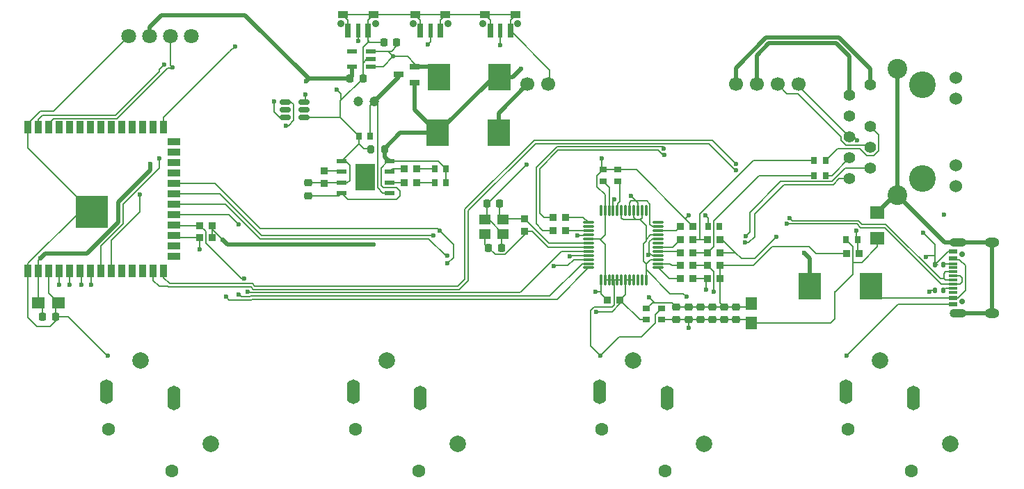
<source format=gbr>
%TF.GenerationSoftware,KiCad,Pcbnew,9.0.6*%
%TF.CreationDate,2026-01-03T23:52:13+01:00*%
%TF.ProjectId,Artnet-Node,4172746e-6574-42d4-9e6f-64652e6b6963,rev?*%
%TF.SameCoordinates,Original*%
%TF.FileFunction,Copper,L1,Top*%
%TF.FilePolarity,Positive*%
%FSLAX46Y46*%
G04 Gerber Fmt 4.6, Leading zero omitted, Abs format (unit mm)*
G04 Created by KiCad (PCBNEW 9.0.6) date 2026-01-03 23:52:13*
%MOMM*%
%LPD*%
G01*
G04 APERTURE LIST*
G04 Aperture macros list*
%AMRoundRect*
0 Rectangle with rounded corners*
0 $1 Rounding radius*
0 $2 $3 $4 $5 $6 $7 $8 $9 X,Y pos of 4 corners*
0 Add a 4 corners polygon primitive as box body*
4,1,4,$2,$3,$4,$5,$6,$7,$8,$9,$2,$3,0*
0 Add four circle primitives for the rounded corners*
1,1,$1+$1,$2,$3*
1,1,$1+$1,$4,$5*
1,1,$1+$1,$6,$7*
1,1,$1+$1,$8,$9*
0 Add four rect primitives between the rounded corners*
20,1,$1+$1,$2,$3,$4,$5,0*
20,1,$1+$1,$4,$5,$6,$7,0*
20,1,$1+$1,$6,$7,$8,$9,0*
20,1,$1+$1,$8,$9,$2,$3,0*%
G04 Aperture macros list end*
%TA.AperFunction,ComponentPad*%
%ADD10C,2.000000*%
%TD*%
%TA.AperFunction,ComponentPad*%
%ADD11O,1.600000X3.000000*%
%TD*%
%TA.AperFunction,ComponentPad*%
%ADD12C,1.600000*%
%TD*%
%TA.AperFunction,SMDPad,CuDef*%
%ADD13R,1.300000X0.900000*%
%TD*%
%TA.AperFunction,SMDPad,CuDef*%
%ADD14R,0.750000X1.800000*%
%TD*%
%TA.AperFunction,SMDPad,CuDef*%
%ADD15R,0.600000X1.800000*%
%TD*%
%TA.AperFunction,ComponentPad*%
%ADD16C,0.900000*%
%TD*%
%TA.AperFunction,ComponentPad*%
%ADD17C,2.400000*%
%TD*%
%TA.AperFunction,ComponentPad*%
%ADD18C,1.530000*%
%TD*%
%TA.AperFunction,ComponentPad*%
%ADD19C,1.410000*%
%TD*%
%TA.AperFunction,ComponentPad*%
%ADD20C,3.250000*%
%TD*%
%TA.AperFunction,SMDPad,CuDef*%
%ADD21R,2.400000X3.300000*%
%TD*%
%TA.AperFunction,SMDPad,CuDef*%
%ADD22R,1.200000X0.600000*%
%TD*%
%TA.AperFunction,HeatsinkPad*%
%ADD23C,0.600000*%
%TD*%
%TA.AperFunction,HeatsinkPad*%
%ADD24R,3.900000X3.900000*%
%TD*%
%TA.AperFunction,SMDPad,CuDef*%
%ADD25R,0.900000X1.500000*%
%TD*%
%TA.AperFunction,SMDPad,CuDef*%
%ADD26R,1.500000X0.900000*%
%TD*%
%TA.AperFunction,ComponentPad*%
%ADD27O,1.800000X1.200000*%
%TD*%
%TA.AperFunction,ComponentPad*%
%ADD28O,2.000000X1.100000*%
%TD*%
%TA.AperFunction,SMDPad,CuDef*%
%ADD29R,1.100000X0.550000*%
%TD*%
%TA.AperFunction,SMDPad,CuDef*%
%ADD30R,1.100000X0.300000*%
%TD*%
%TA.AperFunction,ComponentPad*%
%ADD31C,0.700000*%
%TD*%
%TA.AperFunction,SMDPad,CuDef*%
%ADD32R,0.860000X0.810000*%
%TD*%
%TA.AperFunction,SMDPad,CuDef*%
%ADD33O,1.500000X0.270000*%
%TD*%
%TA.AperFunction,SMDPad,CuDef*%
%ADD34O,0.270000X1.500000*%
%TD*%
%TA.AperFunction,SMDPad,CuDef*%
%ADD35R,0.810000X0.860000*%
%TD*%
%TA.AperFunction,SMDPad,CuDef*%
%ADD36R,1.160000X0.490000*%
%TD*%
%TA.AperFunction,SMDPad,CuDef*%
%ADD37R,1.180000X0.490000*%
%TD*%
%TA.AperFunction,SMDPad,CuDef*%
%ADD38R,0.900000X0.800000*%
%TD*%
%TA.AperFunction,SMDPad,CuDef*%
%ADD39RoundRect,0.225000X0.250000X-0.225000X0.250000X0.225000X-0.250000X0.225000X-0.250000X-0.225000X0*%
%TD*%
%TA.AperFunction,SMDPad,CuDef*%
%ADD40RoundRect,0.225000X0.225000X0.250000X-0.225000X0.250000X-0.225000X-0.250000X0.225000X-0.250000X0*%
%TD*%
%TA.AperFunction,SMDPad,CuDef*%
%ADD41R,1.360000X1.500000*%
%TD*%
%TA.AperFunction,SMDPad,CuDef*%
%ADD42R,0.800000X0.900000*%
%TD*%
%TA.AperFunction,SMDPad,CuDef*%
%ADD43R,1.500000X1.360000*%
%TD*%
%TA.AperFunction,SMDPad,CuDef*%
%ADD44R,1.250000X0.700000*%
%TD*%
%TA.AperFunction,SMDPad,CuDef*%
%ADD45R,1.730000X1.490000*%
%TD*%
%TA.AperFunction,ComponentPad*%
%ADD46C,1.700000*%
%TD*%
%TA.AperFunction,ComponentPad*%
%ADD47C,1.800000*%
%TD*%
%TA.AperFunction,SMDPad,CuDef*%
%ADD48R,2.700000X3.300000*%
%TD*%
%TA.AperFunction,SMDPad,CuDef*%
%ADD49RoundRect,0.140000X-0.140000X-0.170000X0.140000X-0.170000X0.140000X0.170000X-0.140000X0.170000X0*%
%TD*%
%TA.AperFunction,SMDPad,CuDef*%
%ADD50RoundRect,0.200000X-0.200000X-0.275000X0.200000X-0.275000X0.200000X0.275000X-0.200000X0.275000X0*%
%TD*%
%TA.AperFunction,SMDPad,CuDef*%
%ADD51RoundRect,0.225000X-0.225000X-0.250000X0.225000X-0.250000X0.225000X0.250000X-0.225000X0.250000X0*%
%TD*%
%TA.AperFunction,SMDPad,CuDef*%
%ADD52RoundRect,0.225000X-0.250000X0.225000X-0.250000X-0.225000X0.250000X-0.225000X0.250000X0.225000X0*%
%TD*%
%TA.AperFunction,ComponentPad*%
%ADD53C,1.200000*%
%TD*%
%TA.AperFunction,SMDPad,CuDef*%
%ADD54R,1.400000X1.200000*%
%TD*%
%TA.AperFunction,SMDPad,CuDef*%
%ADD55RoundRect,0.150000X0.512500X0.150000X-0.512500X0.150000X-0.512500X-0.150000X0.512500X-0.150000X0*%
%TD*%
%TA.AperFunction,ViaPad*%
%ADD56C,0.600000*%
%TD*%
%TA.AperFunction,Conductor*%
%ADD57C,0.200000*%
%TD*%
%TA.AperFunction,Conductor*%
%ADD58C,0.500000*%
%TD*%
G04 APERTURE END LIST*
D10*
%TO.P,J5,G,G*%
%TO.N,/CHS_GND*%
X120100000Y-138950000D03*
%TO.P,J5,3,3*%
%TO.N,/DMX/DATA+1*%
X111500000Y-128750000D03*
D11*
%TO.P,J5,1,1*%
%TO.N,GND*%
X115600000Y-133350000D03*
%TO.P,J5,2,2*%
%TO.N,/DMX/DATA-1*%
X107400000Y-132550000D03*
D12*
%TO.P,J5,*%
%TO.N,*%
X115350000Y-142200000D03*
X107650000Y-137100000D03*
%TD*%
D10*
%TO.P,J4,G,G*%
%TO.N,/CHS_GND*%
X150100000Y-138950000D03*
%TO.P,J4,3,3*%
%TO.N,/DMX/DATA+2*%
X141500000Y-128750000D03*
D11*
%TO.P,J4,1,1*%
%TO.N,GND*%
X145600000Y-133350000D03*
%TO.P,J4,2,2*%
%TO.N,/DMX/DATA-2*%
X137400000Y-132550000D03*
D12*
%TO.P,J4,*%
%TO.N,*%
X145350000Y-142200000D03*
X137650000Y-137100000D03*
%TD*%
D10*
%TO.P,J3,G,G*%
%TO.N,/CHS_GND*%
X180100000Y-138950000D03*
%TO.P,J3,3,3*%
%TO.N,/DMX/DATA+3*%
X171500000Y-128750000D03*
D11*
%TO.P,J3,1,1*%
%TO.N,GND*%
X175600000Y-133350000D03*
%TO.P,J3,2,2*%
%TO.N,/DMX/DATA-3*%
X167400000Y-132550000D03*
D12*
%TO.P,J3,*%
%TO.N,*%
X175350000Y-142200000D03*
X167650000Y-137100000D03*
%TD*%
D10*
%TO.P,J1,G,G*%
%TO.N,/CHS_GND*%
X210100000Y-138950000D03*
%TO.P,J1,3,3*%
%TO.N,/DMX/DATA+4*%
X201500000Y-128750000D03*
D11*
%TO.P,J1,1,1*%
%TO.N,GND*%
X205600000Y-133350000D03*
%TO.P,J1,2,2*%
%TO.N,/DMX/DATA-4*%
X197400000Y-132550000D03*
D12*
%TO.P,J1,*%
%TO.N,*%
X205350000Y-142200000D03*
X197650000Y-137100000D03*
%TD*%
D13*
%TO.P,SW1,5,5*%
%TO.N,GND*%
X153450000Y-86630000D03*
%TO.P,SW1,4,4*%
X157150000Y-86630000D03*
D14*
%TO.P,SW1,3,3*%
X154080000Y-88580000D03*
D15*
%TO.P,SW1,2,2*%
%TO.N,/ENT_BUT*%
X155290000Y-88580000D03*
D14*
%TO.P,SW1,1,1*%
%TO.N,GND*%
X156530000Y-88580000D03*
D16*
%TO.P,SW1,*%
%TO.N,*%
X153180000Y-87680000D03*
X157430000Y-87680000D03*
%TD*%
D13*
%TO.P,SW2,5,5*%
%TO.N,GND*%
X136150000Y-86630000D03*
%TO.P,SW2,4,4*%
X139850000Y-86630000D03*
D14*
%TO.P,SW2,3,3*%
X136780000Y-88580000D03*
D15*
%TO.P,SW2,2,2*%
%TO.N,/DOWN_BUT*%
X137990000Y-88580000D03*
D14*
%TO.P,SW2,1,1*%
%TO.N,GND*%
X139230000Y-88580000D03*
D16*
%TO.P,SW2,*%
%TO.N,*%
X135880000Y-87680000D03*
X140130000Y-87680000D03*
%TD*%
D13*
%TO.P,SW3,5,5*%
%TO.N,GND*%
X144950000Y-86630000D03*
%TO.P,SW3,4,4*%
X148650000Y-86630000D03*
D14*
%TO.P,SW3,3,3*%
X145580000Y-88580000D03*
D15*
%TO.P,SW3,2,2*%
%TO.N,/UP_BUT*%
X146790000Y-88580000D03*
D14*
%TO.P,SW3,1,1*%
%TO.N,GND*%
X148030000Y-88580000D03*
D16*
%TO.P,SW3,*%
%TO.N,*%
X144680000Y-87680000D03*
X148930000Y-87680000D03*
%TD*%
D17*
%TO.P,U2,Z2,Z2*%
%TO.N,/CHS_GND*%
X203620000Y-93160000D03*
%TO.P,U2,Z1,Z1*%
X203620000Y-108640000D03*
D18*
%TO.P,U2,14,14*%
%TO.N,/poe/L-*%
X210720000Y-94270000D03*
%TO.P,U2,13,13*%
%TO.N,+3V3D*%
X210720000Y-96810000D03*
%TO.P,U2,12,12*%
%TO.N,/poe/L1-*%
X210720000Y-104990000D03*
%TO.P,U2,11,11*%
%TO.N,+3V3D*%
X210720000Y-107530000D03*
D19*
%TO.P,U2,10,10*%
%TO.N,/poe/V-*%
X200320000Y-95180000D03*
%TO.P,U2,9,9*%
%TO.N,/poe/V+*%
X197780000Y-96450000D03*
%TO.P,U2,7,7*%
%TO.N,GND*%
X197780000Y-98990000D03*
%TO.P,U2,6,6*%
%TO.N,/poe/RD-*%
X200320000Y-100260000D03*
%TO.P,U2,5,5*%
%TO.N,/poe/RCT*%
X197780000Y-101530000D03*
%TO.P,U2,4,4*%
%TO.N,/poe/TCT*%
X200320000Y-102800000D03*
%TO.P,U2,3,3*%
%TO.N,/poe/RD+*%
X197780000Y-104070000D03*
%TO.P,U2,2,2*%
%TO.N,/poe/TD-*%
X200320000Y-105340000D03*
%TO.P,U2,1,1*%
%TO.N,/poe/TD+*%
X197780000Y-106610000D03*
D20*
%TO.P,U2,*%
%TO.N,*%
X206670000Y-95180000D03*
X206670000Y-106610000D03*
%TD*%
D21*
%TO.P,U4,9*%
%TO.N,N/C*%
X138890000Y-106410000D03*
D22*
%TO.P,U4,8,CE*%
%TO.N,/5V*%
X141800000Y-104500000D03*
%TO.P,U4,7,CHRG*%
%TO.N,Net-(U4-CHRG)*%
X141800000Y-105770000D03*
%TO.P,U4,6,STDBY*%
%TO.N,Net-(U4-STDBY)*%
X141800000Y-107050000D03*
%TO.P,U4,5,BAT*%
%TO.N,/bat+*%
X141800000Y-108320000D03*
%TO.P,U4,4,VCC*%
%TO.N,/5V*%
X135980000Y-108320000D03*
%TO.P,U4,3,GND*%
%TO.N,GND*%
X135980000Y-107050000D03*
%TO.P,U4,2,PROG*%
%TO.N,Net-(U4-PROG)*%
X135980000Y-105770000D03*
%TO.P,U4,1,TEMP*%
%TO.N,GND*%
X135980000Y-104500000D03*
%TD*%
D23*
%TO.P,U7,41,GND*%
%TO.N,GND*%
X106260000Y-109200000D03*
X104860000Y-109200000D03*
X106960000Y-109900000D03*
X105560000Y-109900000D03*
X104160000Y-109900000D03*
X106260000Y-110600000D03*
D24*
X105560000Y-110600000D03*
D23*
X104860000Y-110600000D03*
X106960000Y-111300000D03*
X105560000Y-111300000D03*
X104160000Y-111300000D03*
X106260000Y-112000000D03*
X104860000Y-112000000D03*
D25*
%TO.P,U7,40,GND*%
X97840000Y-100350000D03*
%TO.P,U7,39,IO1*%
%TO.N,/SDA*%
X99110000Y-100350000D03*
%TO.P,U7,38,IO2*%
%TO.N,/SCL*%
X100380000Y-100350000D03*
%TO.P,U7,37,TXD0*%
%TO.N,unconnected-(U7-TXD0-Pad37)*%
X101650000Y-100350000D03*
%TO.P,U7,36,RXD0*%
%TO.N,unconnected-(U7-RXD0-Pad36)*%
X102920000Y-100350000D03*
%TO.P,U7,35,IO42*%
%TO.N,unconnected-(U7-IO42-Pad35)*%
X104190000Y-100350000D03*
%TO.P,U7,34,IO41*%
%TO.N,unconnected-(U7-IO41-Pad34)*%
X105460000Y-100350000D03*
%TO.P,U7,33,IO40*%
%TO.N,unconnected-(U7-IO40-Pad33)*%
X106730000Y-100350000D03*
%TO.P,U7,32,IO39*%
%TO.N,unconnected-(U7-IO39-Pad32)*%
X108000000Y-100350000D03*
%TO.P,U7,31,IO38*%
%TO.N,unconnected-(U7-IO38-Pad31)*%
X109270000Y-100350000D03*
%TO.P,U7,30,IO37*%
%TO.N,unconnected-(U7-IO37-Pad30)*%
X110540000Y-100350000D03*
%TO.P,U7,29,IO36*%
%TO.N,unconnected-(U7-IO36-Pad29)*%
X111810000Y-100350000D03*
%TO.P,U7,28,IO35*%
%TO.N,unconnected-(U7-IO35-Pad28)*%
X113080000Y-100350000D03*
%TO.P,U7,27,IO0*%
%TO.N,/ENT_BUT*%
X114350000Y-100350000D03*
D26*
%TO.P,U7,26,IO45*%
%TO.N,unconnected-(U7-IO45-Pad26)*%
X115600000Y-102115000D03*
%TO.P,U7,25,IO48*%
%TO.N,unconnected-(U7-IO48-Pad25)*%
X115600000Y-103385000D03*
%TO.P,U7,24,IO47*%
%TO.N,unconnected-(U7-IO47-Pad24)*%
X115600000Y-104655000D03*
%TO.P,U7,23,IO21*%
%TO.N,unconnected-(U7-IO21-Pad23)*%
X115600000Y-105925000D03*
%TO.P,U7,22,IO14*%
%TO.N,/RSTn*%
X115600000Y-107195000D03*
%TO.P,U7,21,IO13*%
%TO.N,/MISO*%
X115600000Y-108465000D03*
%TO.P,U7,20,IO12*%
%TO.N,/SCLK*%
X115600000Y-109735000D03*
%TO.P,U7,19,IO11*%
%TO.N,/MOSI*%
X115600000Y-111005000D03*
%TO.P,U7,18,IO10*%
%TO.N,/SCSn*%
X115600000Y-112275000D03*
%TO.P,U7,17,IO9*%
%TO.N,/INTn*%
X115600000Y-113545000D03*
%TO.P,U7,16,IO46*%
%TO.N,unconnected-(U7-IO46-Pad16)*%
X115600000Y-114815000D03*
%TO.P,U7,15,IO3*%
%TO.N,unconnected-(U7-IO3-Pad15)*%
X115600000Y-116085000D03*
D25*
%TO.P,U7,14,USB_D+*%
%TO.N,/D+*%
X114350000Y-117850000D03*
%TO.P,U7,13,USB_D-*%
%TO.N,/D-*%
X113080000Y-117850000D03*
%TO.P,U7,12,IO8*%
%TO.N,unconnected-(U7-IO8-Pad12)*%
X111810000Y-117850000D03*
%TO.P,U7,11,IO18*%
%TO.N,unconnected-(U7-IO18-Pad11)*%
X110540000Y-117850000D03*
%TO.P,U7,10,IO17*%
%TO.N,unconnected-(U7-IO17-Pad10)*%
X109270000Y-117850000D03*
%TO.P,U7,9,IO16*%
%TO.N,/DOWN_BUT*%
X108000000Y-117850000D03*
%TO.P,U7,8,IO15*%
%TO.N,/UP_BUT*%
X106730000Y-117850000D03*
%TO.P,U7,7,IO7*%
%TO.N,/DMX4*%
X105460000Y-117850000D03*
%TO.P,U7,6,IO6*%
%TO.N,/DMX3*%
X104190000Y-117850000D03*
%TO.P,U7,5,IO5*%
%TO.N,/DMX2*%
X102920000Y-117850000D03*
%TO.P,U7,4,IO4*%
%TO.N,/DMX1*%
X101650000Y-117850000D03*
%TO.P,U7,3,EN*%
%TO.N,GND*%
X100380000Y-117850000D03*
%TO.P,U7,2,3V3*%
%TO.N,+3V3D*%
X99110000Y-117850000D03*
%TO.P,U7,1,GND*%
%TO.N,GND*%
X97840000Y-117850000D03*
%TD*%
D27*
%TO.P,USB1,14,SHELL*%
%TO.N,/CHS_GND*%
X215197500Y-114380000D03*
D28*
X210987500Y-114380000D03*
D27*
%TO.P,USB1,13,SHELL*%
X215197500Y-123020000D03*
D28*
X210987500Y-123020000D03*
D29*
%TO.P,USB1,12,GND*%
%TO.N,GND*%
X210437500Y-115500000D03*
%TO.P,USB1,11,VBUS*%
%TO.N,Net-(D1-A)*%
X210437500Y-116300000D03*
D30*
%TO.P,USB1,10,CC2*%
%TO.N,Net-(USB1-CC2)*%
X210437500Y-116950000D03*
%TO.P,USB1,9,SBU1*%
%TO.N,unconnected-(USB1-SBU1-Pad9)*%
X210437500Y-117450000D03*
%TO.P,USB1,8,DP2*%
%TO.N,/D+*%
X210437500Y-117950000D03*
%TO.P,USB1,7,DN1*%
%TO.N,/D-*%
X210437500Y-118450000D03*
%TO.P,USB1,6,DP1*%
%TO.N,/D+*%
X210437500Y-118950000D03*
%TO.P,USB1,5,DN2*%
%TO.N,/D-*%
X210437500Y-119450000D03*
%TO.P,USB1,4,CC1*%
%TO.N,Net-(USB1-CC1)*%
X210437500Y-119950000D03*
%TO.P,USB1,3,SBU2*%
%TO.N,unconnected-(USB1-SBU2-Pad3)*%
X210437500Y-120450000D03*
D29*
%TO.P,USB1,2,VBUS*%
%TO.N,Net-(D1-A)*%
X210437500Y-121100000D03*
%TO.P,USB1,1,GND*%
%TO.N,GND*%
X210437500Y-121900000D03*
D31*
%TO.P,USB1,*%
%TO.N,*%
X211517500Y-115810000D03*
X211517500Y-121590000D03*
%TD*%
D32*
%TO.P,R21,1,1*%
%TO.N,Net-(U4-PROG)*%
X133900000Y-105650000D03*
%TO.P,R21,2,2*%
%TO.N,GND*%
X133900000Y-107150000D03*
%TD*%
D33*
%TO.P,U1,1,TXN*%
%TO.N,/poe/TX+*%
X174550000Y-117450000D03*
%TO.P,U1,2,TXP*%
%TO.N,/poe/TX-*%
X174550000Y-116950000D03*
%TO.P,U1,3,AGND*%
%TO.N,AGND*%
X174550000Y-116450000D03*
%TO.P,U1,4,AVDD*%
%TO.N,+3V3A*%
X174550000Y-115950000D03*
%TO.P,U1,5,RXN*%
%TO.N,/poe/RX+*%
X174550000Y-115450000D03*
%TO.P,U1,6,RXP*%
%TO.N,/poe/RX-*%
X174550000Y-114950000D03*
%TO.P,U1,7,DNC*%
%TO.N,unconnected-(U1-DNC-Pad7)*%
X174550000Y-114450000D03*
%TO.P,U1,8,AVDD*%
%TO.N,+3V3A*%
X174550000Y-113950000D03*
%TO.P,U1,9,AGND*%
%TO.N,AGND*%
X174550000Y-113450000D03*
%TO.P,U1,10,EXRES1*%
%TO.N,Net-(U1-EXRES1)*%
X174550000Y-112950000D03*
%TO.P,U1,11,AVDD*%
%TO.N,+3V3A*%
X174550000Y-112450000D03*
%TO.P,U1,12,NC*%
%TO.N,unconnected-(U1-NC-Pad12)*%
X174550000Y-111950000D03*
D34*
%TO.P,U1,13,NC*%
%TO.N,unconnected-(U1-NC-Pad13)*%
X173050000Y-110450000D03*
%TO.P,U1,14,AGND*%
%TO.N,AGND*%
X172550000Y-110450000D03*
%TO.P,U1,15,AVDD*%
%TO.N,+3V3A*%
X172050000Y-110450000D03*
%TO.P,U1,16,AGND*%
%TO.N,AGND*%
X171550000Y-110450000D03*
%TO.P,U1,17,AVDD*%
%TO.N,+3V3A*%
X171050000Y-110450000D03*
%TO.P,U1,18,VBG*%
%TO.N,unconnected-(U1-VBG-Pad18)*%
X170550000Y-110450000D03*
%TO.P,U1,19,AGND*%
%TO.N,AGND*%
X170050000Y-110450000D03*
%TO.P,U1,20,TOCAP*%
%TO.N,Net-(U1-TOCAP)*%
X169550000Y-110450000D03*
%TO.P,U1,21,AVDD*%
%TO.N,+3V3A*%
X169050000Y-110450000D03*
%TO.P,U1,22,1V2O*%
%TO.N,Net-(U1-1V2O)*%
X168550000Y-110450000D03*
%TO.P,U1,23,RSVD*%
%TO.N,GND*%
X168050000Y-110450000D03*
%TO.P,U1,24,SPDLED*%
%TO.N,unconnected-(U1-SPDLED-Pad24)*%
X167550000Y-110450000D03*
D33*
%TO.P,U1,25,LINKLED*%
%TO.N,/poe/LINKLED*%
X166050000Y-111950000D03*
%TO.P,U1,26,DUPLED*%
%TO.N,unconnected-(U1-DUPLED-Pad26)*%
X166050000Y-112450000D03*
%TO.P,U1,27,ACTLED*%
%TO.N,/poe/ACTLED*%
X166050000Y-112950000D03*
%TO.P,U1,28,VDD*%
%TO.N,+3V3D*%
X166050000Y-113450000D03*
%TO.P,U1,29,GND*%
%TO.N,GND*%
X166050000Y-113950000D03*
%TO.P,U1,30,XI/CLKIN*%
%TO.N,Net-(U1-XI{slash}CLKIN)*%
X166050000Y-114450000D03*
%TO.P,U1,31,XO*%
%TO.N,Net-(U1-XO)*%
X166050000Y-114950000D03*
%TO.P,U1,32,SCSn*%
%TO.N,/SCSn*%
X166050000Y-115450000D03*
%TO.P,U1,33,SCLK*%
%TO.N,/SCLK*%
X166050000Y-115950000D03*
%TO.P,U1,34,MISO*%
%TO.N,/MISO*%
X166050000Y-116450000D03*
%TO.P,U1,35,MOSI*%
%TO.N,/MOSI*%
X166050000Y-116950000D03*
%TO.P,U1,36,INTn*%
%TO.N,/INTn*%
X166050000Y-117450000D03*
D34*
%TO.P,U1,37,RSTn*%
%TO.N,/RSTn*%
X167550000Y-118950000D03*
%TO.P,U1,38,RSVD*%
%TO.N,GND*%
X168050000Y-118950000D03*
%TO.P,U1,39,RSVD*%
X168550000Y-118950000D03*
%TO.P,U1,40,RSVD*%
X169050000Y-118950000D03*
%TO.P,U1,41,RSVD*%
X169550000Y-118950000D03*
%TO.P,U1,42,RSVD*%
X170050000Y-118950000D03*
%TO.P,U1,43,PMODE2*%
%TO.N,+3V3D*%
X170550000Y-118950000D03*
%TO.P,U1,44,PMODE1*%
X171050000Y-118950000D03*
%TO.P,U1,45,PMODE0*%
X171550000Y-118950000D03*
%TO.P,U1,46,NC*%
%TO.N,unconnected-(U1-NC-Pad46)*%
X172050000Y-118950000D03*
%TO.P,U1,47,NC*%
%TO.N,unconnected-(U1-NC-Pad47)*%
X172550000Y-118950000D03*
%TO.P,U1,48,AGND*%
%TO.N,AGND*%
X173050000Y-118950000D03*
%TD*%
D35*
%TO.P,R20,1,1*%
%TO.N,Net-(U4-CHRG)*%
X143650000Y-105400000D03*
%TO.P,R20,2,2*%
%TO.N,Net-(LED2-K)*%
X145150000Y-105400000D03*
%TD*%
D36*
%TO.P,LDO1,1,VIN*%
%TO.N,/V_SYS*%
X139550000Y-92950000D03*
%TO.P,LDO1,2,VSS*%
%TO.N,GND*%
X139550000Y-92000000D03*
%TO.P,LDO1,3,CE*%
%TO.N,/V_SYS*%
X139550000Y-91050000D03*
D37*
%TO.P,LDO1,4,NC*%
%TO.N,unconnected-(LDO1-NC-Pad4)*%
X137250000Y-91050000D03*
%TO.P,LDO1,5,VOUT*%
%TO.N,+3V3D*%
X137250000Y-92950000D03*
%TD*%
D38*
%TO.P,L2,1,1*%
%TO.N,GND*%
X174900000Y-122400000D03*
%TO.P,L2,2,2*%
%TO.N,AGND*%
X174900000Y-123800000D03*
%TD*%
D39*
%TO.P,C13,1,1*%
%TO.N,AGND*%
X176700000Y-123780000D03*
%TO.P,C13,2,2*%
%TO.N,+3V3A*%
X176700000Y-122220000D03*
%TD*%
D40*
%TO.P,C2,1,1*%
%TO.N,GND*%
X155450000Y-115030000D03*
%TO.P,C2,2,2*%
%TO.N,Net-(U1-XO)*%
X153890000Y-115030000D03*
%TD*%
D35*
%TO.P,R14,1,1*%
%TO.N,/RSTn*%
X168350000Y-121400000D03*
%TO.P,R14,2,2*%
%TO.N,+3V3D*%
X169850000Y-121400000D03*
%TD*%
%TO.P,R19,1,1*%
%TO.N,Net-(LED1-K)*%
X145150000Y-107100000D03*
%TO.P,R19,2,2*%
%TO.N,Net-(U4-STDBY)*%
X143650000Y-107100000D03*
%TD*%
D41*
%TO.P,C19,1,1*%
%TO.N,+3V3A*%
X185900000Y-121800000D03*
%TO.P,C19,2,2*%
%TO.N,AGND*%
X185900000Y-124200000D03*
%TD*%
D35*
%TO.P,R8,1,1*%
%TO.N,/poe/RCT*%
X182050000Y-115600000D03*
%TO.P,R8,2,2*%
%TO.N,Net-(C7-Pad2)*%
X180550000Y-115600000D03*
%TD*%
D42*
%TO.P,C7,1,1*%
%TO.N,/poe/RD+*%
X194900000Y-106200000D03*
%TO.P,C7,2,2*%
%TO.N,Net-(C7-Pad2)*%
X193500000Y-106200000D03*
%TD*%
D35*
%TO.P,R13,1,1*%
%TO.N,/poe/RX+*%
X177250000Y-115600000D03*
%TO.P,R13,2,2*%
%TO.N,Net-(C7-Pad2)*%
X178750000Y-115600000D03*
%TD*%
D39*
%TO.P,C14,1,1*%
%TO.N,AGND*%
X178200000Y-123780000D03*
%TO.P,C14,2,2*%
%TO.N,+3V3A*%
X178200000Y-122220000D03*
%TD*%
D38*
%TO.P,L1,1,1*%
%TO.N,+3V3D*%
X173100000Y-123800000D03*
%TO.P,L1,2,2*%
%TO.N,+3V3A*%
X173100000Y-122400000D03*
%TD*%
%TO.P,C6,1,1*%
%TO.N,Net-(U1-1V2O)*%
X167800000Y-106900000D03*
%TO.P,C6,2,2*%
%TO.N,GND*%
X167800000Y-105500000D03*
%TD*%
D35*
%TO.P,R10,1,1*%
%TO.N,/poe/TX-*%
X177250000Y-117200000D03*
%TO.P,R10,2,2*%
%TO.N,/poe/TD-*%
X178750000Y-117200000D03*
%TD*%
D43*
%TO.P,C4,1,1*%
%TO.N,+3V3D*%
X99100000Y-121700000D03*
%TO.P,C4,2,2*%
%TO.N,GND*%
X101500000Y-121700000D03*
%TD*%
D44*
%TO.P,Q2,1,G*%
%TO.N,/5V*%
X144900000Y-94850000D03*
%TO.P,Q2,2,S*%
%TO.N,/V_SYS*%
X144900000Y-92950000D03*
%TO.P,Q2,3,D*%
%TO.N,/bat+*%
X142900000Y-93900000D03*
%TD*%
D42*
%TO.P,C10,1,1*%
%TO.N,/poe/TCT*%
X198800000Y-114000000D03*
%TO.P,C10,2,2*%
%TO.N,AGND*%
X197400000Y-114000000D03*
%TD*%
%TO.P,C11,1,1*%
%TO.N,/poe/RD-*%
X194900000Y-104400000D03*
%TO.P,C11,2,2*%
%TO.N,Net-(C11-Pad2)*%
X193500000Y-104400000D03*
%TD*%
D39*
%TO.P,C17,1,1*%
%TO.N,AGND*%
X182570000Y-123780000D03*
%TO.P,C17,2,2*%
%TO.N,+3V3A*%
X182570000Y-122220000D03*
%TD*%
D45*
%TO.P,C9,1,1*%
%TO.N,/CHS_GND*%
X201200000Y-110710000D03*
%TO.P,C9,2,2*%
%TO.N,AGND*%
X201200000Y-113890000D03*
%TD*%
D35*
%TO.P,R9,1,1*%
%TO.N,/poe/LINKLED*%
X163250000Y-111300000D03*
%TO.P,R9,2,2*%
%TO.N,/poe/L1-*%
X161750000Y-111300000D03*
%TD*%
D39*
%TO.P,C18,1,1*%
%TO.N,AGND*%
X184000000Y-123780000D03*
%TO.P,C18,2,2*%
%TO.N,+3V3A*%
X184000000Y-122220000D03*
%TD*%
D46*
%TO.P,U3,1,VA1*%
%TO.N,/poe/RCT*%
X191580000Y-95100000D03*
%TO.P,U3,2,VA2*%
%TO.N,/poe/TCT*%
X189040000Y-95100000D03*
%TO.P,U3,3,VB1*%
%TO.N,/poe/V+*%
X186500000Y-95100000D03*
%TO.P,U3,4,VB2*%
%TO.N,/poe/V-*%
X183960000Y-95100000D03*
%TO.P,U3,5,GND*%
%TO.N,GND*%
X161160000Y-95100000D03*
%TO.P,U3,6,+5V*%
%TO.N,Net-(D2-A)*%
X158620000Y-95100000D03*
%TD*%
D47*
%TO.P,U13,1,GND*%
%TO.N,GND*%
X110090000Y-89200000D03*
%TO.P,U13,2,VCC*%
%TO.N,+3V3D*%
X112630000Y-89200000D03*
%TO.P,U13,3,SCL*%
%TO.N,/SCL*%
X115170000Y-89200000D03*
%TO.P,U13,4,SDA*%
%TO.N,/SDA*%
X117710000Y-89200000D03*
%TD*%
D35*
%TO.P,R5,1,1*%
%TO.N,/poe/ACTLED*%
X163250000Y-112900000D03*
%TO.P,R5,2,2*%
%TO.N,/poe/L-*%
X161750000Y-112900000D03*
%TD*%
D48*
%TO.P,D1,1,C*%
%TO.N,/5V*%
X193010000Y-119700000D03*
%TO.P,D1,2,A*%
%TO.N,Net-(D1-A)*%
X200390000Y-119700000D03*
%TD*%
D49*
%TO.P,R17,1*%
%TO.N,GND*%
X208200000Y-120200000D03*
%TO.P,R17,2*%
%TO.N,Net-(USB1-CC1)*%
X209200000Y-120200000D03*
%TD*%
D39*
%TO.P,C15,1,1*%
%TO.N,AGND*%
X179650000Y-123780000D03*
%TO.P,C15,2,2*%
%TO.N,+3V3A*%
X179650000Y-122220000D03*
%TD*%
D42*
%TO.P,C21,1,1*%
%TO.N,GND*%
X138100000Y-101400000D03*
%TO.P,C21,2,2*%
%TO.N,/bat+*%
X139500000Y-101400000D03*
%TD*%
D50*
%TO.P,R24,1*%
%TO.N,GND*%
X139580000Y-103000000D03*
%TO.P,R24,2*%
%TO.N,/5V*%
X141220000Y-103000000D03*
%TD*%
D40*
%TO.P,C3,1,1*%
%TO.N,GND*%
X101180000Y-123400000D03*
%TO.P,C3,2,2*%
%TO.N,+3V3D*%
X99620000Y-123400000D03*
%TD*%
D42*
%TO.P,LED2,1,A*%
%TO.N,/5V*%
X148700000Y-105400000D03*
%TO.P,LED2,2,K*%
%TO.N,Net-(LED2-K)*%
X147300000Y-105400000D03*
%TD*%
D51*
%TO.P,C22,1*%
%TO.N,+3V3D*%
X137020000Y-94400000D03*
%TO.P,C22,2*%
%TO.N,GND*%
X138580000Y-94400000D03*
%TD*%
D35*
%TO.P,R12,1,1*%
%TO.N,/poe/RX-*%
X177250000Y-114000000D03*
%TO.P,R12,2,2*%
%TO.N,Net-(C11-Pad2)*%
X178750000Y-114000000D03*
%TD*%
D38*
%TO.P,C5,1,1*%
%TO.N,Net-(U1-TOCAP)*%
X169600000Y-106900000D03*
%TO.P,C5,2,2*%
%TO.N,GND*%
X169600000Y-105500000D03*
%TD*%
D35*
%TO.P,R3,1,1*%
%TO.N,/poe/TD-*%
X180550000Y-117200000D03*
%TO.P,R3,2,2*%
%TO.N,+3V3A*%
X182050000Y-117200000D03*
%TD*%
D40*
%TO.P,C23,1*%
%TO.N,/V_SYS*%
X142680000Y-90000000D03*
%TO.P,C23,2*%
%TO.N,GND*%
X141120000Y-90000000D03*
%TD*%
D35*
%TO.P,R15,1,1*%
%TO.N,/INTn*%
X118750000Y-113800000D03*
%TO.P,R15,2,2*%
%TO.N,+3V3D*%
X120250000Y-113800000D03*
%TD*%
D52*
%TO.P,C12,1,1*%
%TO.N,GND*%
X131900000Y-107120000D03*
%TO.P,C12,2,2*%
%TO.N,/5V*%
X131900000Y-108680000D03*
%TD*%
D42*
%TO.P,C8,1,1*%
%TO.N,GND*%
X180600000Y-112400000D03*
%TO.P,C8,2,2*%
%TO.N,/poe/RCT*%
X182000000Y-112400000D03*
%TD*%
D48*
%TO.P,D2,1,C*%
%TO.N,/5V*%
X147710000Y-101000000D03*
%TO.P,D2,2,A*%
%TO.N,Net-(D2-A)*%
X155090000Y-101000000D03*
%TD*%
D49*
%TO.P,R18,1*%
%TO.N,GND*%
X208200000Y-117100000D03*
%TO.P,R18,2*%
%TO.N,Net-(USB1-CC2)*%
X209200000Y-117100000D03*
%TD*%
D35*
%TO.P,R7,1,1*%
%TO.N,/poe/RCT*%
X182050000Y-114000000D03*
%TO.P,R7,2,2*%
%TO.N,Net-(C11-Pad2)*%
X180550000Y-114000000D03*
%TD*%
%TO.P,R11,1,1*%
%TO.N,/poe/TX+*%
X177250000Y-118800000D03*
%TO.P,R11,2,2*%
%TO.N,/poe/TD+*%
X178750000Y-118800000D03*
%TD*%
D53*
%TO.P,U6,1,1*%
%TO.N,/bat+*%
X140000000Y-97150000D03*
%TO.P,U6,2,2*%
%TO.N,Net-(Q1-S2)*%
X138000000Y-97150000D03*
%TD*%
D35*
%TO.P,R6,1,1*%
%TO.N,/poe/TD+*%
X180550000Y-118800000D03*
%TO.P,R6,2,2*%
%TO.N,+3V3A*%
X182050000Y-118800000D03*
%TD*%
D32*
%TO.P,R1,1,1*%
%TO.N,Net-(U1-XI{slash}CLKIN)*%
X158270000Y-111480000D03*
%TO.P,R1,2,2*%
%TO.N,Net-(U1-XO)*%
X158270000Y-112980000D03*
%TD*%
D54*
%TO.P,X2,1,OE#*%
%TO.N,Net-(U1-XI{slash}CLKIN)*%
X155670000Y-111550000D03*
%TO.P,X2,2,GND*%
%TO.N,GND*%
X153470000Y-111550000D03*
%TO.P,X2,3,OUT*%
%TO.N,Net-(U1-XO)*%
X153470000Y-113310000D03*
%TO.P,X2,4,GND*%
%TO.N,GND*%
X155670000Y-113310000D03*
%TD*%
D39*
%TO.P,C16,1,1*%
%TO.N,AGND*%
X181100000Y-123780000D03*
%TO.P,C16,2,2*%
%TO.N,+3V3A*%
X181100000Y-122220000D03*
%TD*%
D35*
%TO.P,R16,1,1*%
%TO.N,/SCSn*%
X118750000Y-112300000D03*
%TO.P,R16,2,2*%
%TO.N,+3V3D*%
X120250000Y-112300000D03*
%TD*%
D55*
%TO.P,Q1,1,S1*%
%TO.N,GND*%
X131437500Y-99150000D03*
%TO.P,Q1,2,D12*%
%TO.N,unconnected-(Q1-D12-Pad2)*%
X131437500Y-98200000D03*
%TO.P,Q1,3,S2*%
%TO.N,Net-(Q1-S2)*%
X131437500Y-97250000D03*
%TO.P,Q1,4,G2*%
%TO.N,Net-(Q1-G2)*%
X129162500Y-97250000D03*
%TO.P,Q1,5,D12*%
%TO.N,unconnected-(Q1-D12-Pad5)*%
X129162500Y-98200000D03*
%TO.P,Q1,6,G1*%
%TO.N,Net-(Q1-G1)*%
X129162500Y-99150000D03*
%TD*%
D35*
%TO.P,R2,1,1*%
%TO.N,GND*%
X178750000Y-112400000D03*
%TO.P,R2,2,2*%
%TO.N,Net-(U1-EXRES1)*%
X177250000Y-112400000D03*
%TD*%
D42*
%TO.P,LED1,1,A*%
%TO.N,/5V*%
X148700000Y-107100000D03*
%TO.P,LED1,2,K*%
%TO.N,Net-(LED1-K)*%
X147300000Y-107100000D03*
%TD*%
D35*
%TO.P,R4,1,1*%
%TO.N,/poe/TCT*%
X198950000Y-115700000D03*
%TO.P,R4,2,2*%
%TO.N,+3V3A*%
X197450000Y-115700000D03*
%TD*%
D51*
%TO.P,C1,1,1*%
%TO.N,GND*%
X153690000Y-109630000D03*
%TO.P,C1,2,2*%
%TO.N,Net-(U1-XI{slash}CLKIN)*%
X155250000Y-109630000D03*
%TD*%
D48*
%TO.P,D3,1,C*%
%TO.N,/V_SYS*%
X147810000Y-94200000D03*
%TO.P,D3,2,A*%
%TO.N,/5V*%
X155190000Y-94200000D03*
%TD*%
D56*
%TO.N,GND*%
X197500000Y-128150000D03*
X167500000Y-128150000D03*
X107525000Y-128125000D03*
X178200000Y-111100000D03*
X158500000Y-104900000D03*
X135400000Y-95700000D03*
X167700000Y-104100000D03*
X207118815Y-116181185D03*
X180300000Y-111100000D03*
X209300000Y-111000000D03*
X206800000Y-113200000D03*
X207500000Y-120400000D03*
%TO.N,+3V3D*%
X164700000Y-113500000D03*
X139900000Y-114600000D03*
X112700000Y-104800000D03*
X131700000Y-94700000D03*
X167000000Y-122800000D03*
X121500000Y-114000000D03*
X99300000Y-116300000D03*
%TO.N,/poe/RCT*%
X198716519Y-101881209D03*
X188900000Y-113700000D03*
%TO.N,AGND*%
X178200000Y-124800000D03*
X178000000Y-121000000D03*
%TO.N,/poe/TCT*%
X198677905Y-112926435D03*
%TO.N,/5V*%
X157800000Y-93200000D03*
X192300000Y-115600000D03*
%TO.N,+3V3A*%
X173300000Y-115930385D03*
X173375735Y-121024265D03*
X171200000Y-108700000D03*
X169150000Y-109100000D03*
%TO.N,Net-(Q1-S2)*%
X131600000Y-96300000D03*
%TO.N,/V_SYS*%
X142300000Y-91700000D03*
%TO.N,Net-(Q1-G1)*%
X127800000Y-97200000D03*
%TO.N,Net-(Q1-G2)*%
X129200000Y-100100000D03*
%TO.N,/poe/TD-*%
X181300000Y-120400000D03*
X185167369Y-113602839D03*
%TO.N,/poe/L-*%
X175200000Y-102900000D03*
%TO.N,/poe/TD+*%
X185100000Y-114400000D03*
X180400000Y-120100000D03*
%TO.N,/poe/L1-*%
X175313137Y-103691962D03*
%TO.N,/RSTn*%
X148901470Y-116898530D03*
X147900000Y-112900000D03*
X166900000Y-120400000D03*
%TO.N,/INTn*%
X118700000Y-115200000D03*
X121900000Y-121000000D03*
%TO.N,/SCSn*%
X124100000Y-118798000D03*
X124583916Y-120399000D03*
%TO.N,/ENT_BUT*%
X123000000Y-90501000D03*
X155300000Y-90300000D03*
%TO.N,/DOWN_BUT*%
X138000000Y-89800000D03*
X111419000Y-108519000D03*
%TO.N,/UP_BUT*%
X113800000Y-104100000D03*
X146500000Y-90200000D03*
%TO.N,/MISO*%
X161825735Y-117225735D03*
X147200000Y-113500000D03*
%TO.N,/SCLK*%
X163800000Y-116100000D03*
X148824992Y-115973522D03*
%TO.N,/MOSI*%
X123500000Y-120700000D03*
X123500000Y-112200000D03*
%TO.N,/D-*%
X184000000Y-105600000D03*
X190200000Y-112100000D03*
%TO.N,/DMX4*%
X105500000Y-119500000D03*
%TO.N,/D+*%
X190557772Y-111384456D03*
X184024265Y-104775735D03*
%TO.N,/DMX2*%
X102900000Y-119500000D03*
%TO.N,/SDA*%
X114421000Y-92690472D03*
%TO.N,/SCL*%
X115380000Y-93020000D03*
%TO.N,/DMX3*%
X104300000Y-119500000D03*
%TO.N,/DMX1*%
X101600000Y-119500000D03*
%TD*%
D57*
%TO.N,GND*%
X141120000Y-90000000D02*
X139300000Y-90000000D01*
X180600000Y-112400000D02*
X180600000Y-111400000D01*
X136500000Y-104500000D02*
X135980000Y-104500000D01*
X139086500Y-90086500D02*
X139230000Y-89943000D01*
X135940000Y-97040000D02*
X138580000Y-94400000D01*
X97840000Y-99860000D02*
X99350000Y-98350000D01*
X138100000Y-102300000D02*
X138100000Y-102380000D01*
X168050000Y-114600000D02*
X167400000Y-113950000D01*
X99350000Y-98350000D02*
X100940000Y-98350000D01*
X145580000Y-87260000D02*
X144950000Y-86630000D01*
X100500000Y-124600000D02*
X101180000Y-123920000D01*
X169600000Y-105500000D02*
X167800000Y-105500000D01*
X168050000Y-110450000D02*
X168050000Y-113450000D01*
X153450000Y-86630000D02*
X157150000Y-86630000D01*
X135850000Y-99150000D02*
X138100000Y-101400000D01*
X169144000Y-119044000D02*
X169050000Y-118950000D01*
X138580000Y-90593000D02*
X138580000Y-92493000D01*
X161300000Y-93350000D02*
X161300000Y-94960000D01*
X138700000Y-102900000D02*
X138100000Y-102300000D01*
X139300000Y-90000000D02*
X139300000Y-89800000D01*
X153910000Y-111550000D02*
X155670000Y-113310000D01*
X97840000Y-117850000D02*
X97840000Y-116900000D01*
X208200000Y-114600000D02*
X206800000Y-113200000D01*
X101180000Y-123400000D02*
X101180000Y-122020000D01*
X139230000Y-87250000D02*
X139850000Y-86630000D01*
X208200000Y-117100000D02*
X209800000Y-115500000D01*
X135850000Y-97130000D02*
X135940000Y-97040000D01*
X169600000Y-105500000D02*
X171850000Y-105500000D01*
X135850000Y-99150000D02*
X135850000Y-97130000D01*
X167049000Y-107549000D02*
X168050000Y-108550000D01*
X168050000Y-118950000D02*
X168050000Y-114600000D01*
X153690000Y-109630000D02*
X153770000Y-109630000D01*
X139073000Y-92000000D02*
X139550000Y-92000000D01*
X174149000Y-123151000D02*
X174149000Y-124203000D01*
X155450000Y-115030000D02*
X155450000Y-113530000D01*
X207700000Y-120200000D02*
X207500000Y-120400000D01*
X139173000Y-90000000D02*
X139086500Y-90086500D01*
X148030000Y-87250000D02*
X148650000Y-86630000D01*
X139230000Y-89943000D02*
X139230000Y-89730000D01*
X136780000Y-87260000D02*
X136150000Y-86630000D01*
X100940000Y-98350000D02*
X110090000Y-89200000D01*
X135980000Y-107050000D02*
X136030000Y-107100000D01*
X136030000Y-107100000D02*
X136700000Y-107100000D01*
X154080000Y-88580000D02*
X154080000Y-87260000D01*
X97840000Y-123540000D02*
X98900000Y-124600000D01*
X144950000Y-86630000D02*
X136150000Y-86630000D01*
X137000000Y-105000000D02*
X136500000Y-104500000D01*
X156530000Y-87250000D02*
X157150000Y-86630000D01*
X167550000Y-113950000D02*
X167400000Y-113950000D01*
X178200000Y-111100000D02*
X177825000Y-111475000D01*
X131437500Y-99150000D02*
X135850000Y-99150000D01*
X153450000Y-86630000D02*
X148650000Y-86630000D01*
X97840000Y-100350000D02*
X97840000Y-102880000D01*
X167400000Y-113950000D02*
X166050000Y-113950000D01*
X180600000Y-111400000D02*
X180300000Y-111100000D01*
X166299000Y-126949000D02*
X166299000Y-122651057D01*
X135910000Y-107120000D02*
X135980000Y-107050000D01*
X168900000Y-122200000D02*
X169144000Y-121956000D01*
X174149000Y-124203000D02*
X172452000Y-125900000D01*
X153770000Y-109630000D02*
X158500000Y-104900000D01*
X153690000Y-111330000D02*
X153470000Y-111550000D01*
X131900000Y-107120000D02*
X135910000Y-107120000D01*
X101180000Y-122020000D02*
X101500000Y-121700000D01*
X208200000Y-116100000D02*
X208100000Y-116000000D01*
X208100000Y-116000000D02*
X207300000Y-116000000D01*
X102750000Y-123400000D02*
X107500000Y-128150000D01*
X97840000Y-117850000D02*
X97840000Y-123540000D01*
X167049000Y-106251000D02*
X167049000Y-107549000D01*
X154080000Y-87260000D02*
X153450000Y-86630000D01*
X138580000Y-92493000D02*
X139073000Y-92000000D01*
X97840000Y-100350000D02*
X97840000Y-99860000D01*
X97840000Y-102880000D02*
X105560000Y-110600000D01*
X209800000Y-115500000D02*
X210437500Y-115500000D01*
X171850000Y-105500000D02*
X177825000Y-111475000D01*
X172452000Y-125900000D02*
X169750000Y-125900000D01*
X167500000Y-128150000D02*
X166299000Y-126949000D01*
X136700000Y-107100000D02*
X137000000Y-106800000D01*
X101500000Y-121700000D02*
X100380000Y-120580000D01*
X138580000Y-94400000D02*
X138580000Y-92493000D01*
X174900000Y-122400000D02*
X174149000Y-123151000D01*
X139086500Y-90086500D02*
X138580000Y-90593000D01*
X170050000Y-118950000D02*
X168050000Y-118950000D01*
X156530000Y-88580000D02*
X156530000Y-87250000D01*
X208200000Y-120200000D02*
X207700000Y-120200000D01*
X101180000Y-123920000D02*
X101180000Y-123400000D01*
X135940000Y-96240000D02*
X135940000Y-97040000D01*
X166750057Y-122200000D02*
X168900000Y-122200000D01*
X168050000Y-108550000D02*
X168050000Y-110450000D01*
X168050000Y-113450000D02*
X167550000Y-113950000D01*
X207300000Y-116000000D02*
X207118815Y-116181185D01*
X139230000Y-89730000D02*
X139230000Y-88580000D01*
X203750000Y-121900000D02*
X210437500Y-121900000D01*
X135400000Y-95700000D02*
X135940000Y-96240000D01*
X169144000Y-121956000D02*
X169144000Y-119044000D01*
X208200000Y-116100000D02*
X208200000Y-114600000D01*
X144950000Y-86630000D02*
X148650000Y-86630000D01*
X101180000Y-123400000D02*
X102750000Y-123400000D01*
X208200000Y-120200000D02*
X208419000Y-120200000D01*
X139580000Y-102900000D02*
X138700000Y-102900000D01*
X148030000Y-88580000D02*
X148030000Y-87250000D01*
X208200000Y-117100000D02*
X208519000Y-117100000D01*
X156530000Y-88580000D02*
X161300000Y-93350000D01*
X137000000Y-106800000D02*
X137000000Y-105000000D01*
X167700000Y-105400000D02*
X167800000Y-105500000D01*
X153690000Y-109630000D02*
X153690000Y-111330000D01*
X97840000Y-116900000D02*
X104140000Y-110600000D01*
X177825000Y-111475000D02*
X178750000Y-112400000D01*
X161300000Y-94960000D02*
X161160000Y-95100000D01*
X167800000Y-105500000D02*
X167049000Y-106251000D01*
X145580000Y-88580000D02*
X145580000Y-87260000D01*
X167700000Y-104100000D02*
X167700000Y-105400000D01*
X104140000Y-110600000D02*
X105560000Y-110600000D01*
X98900000Y-124600000D02*
X100500000Y-124600000D01*
X208200000Y-117100000D02*
X208200000Y-116100000D01*
X138100000Y-101400000D02*
X138100000Y-102300000D01*
X139230000Y-88580000D02*
X139230000Y-87250000D01*
X153470000Y-111550000D02*
X153910000Y-111550000D01*
X197500000Y-128150000D02*
X203750000Y-121900000D01*
X138100000Y-102380000D02*
X135980000Y-104500000D01*
X100380000Y-120580000D02*
X100380000Y-117850000D01*
X166299000Y-122651057D02*
X166750057Y-122200000D01*
X139300000Y-90000000D02*
X139173000Y-90000000D01*
X136780000Y-88580000D02*
X136780000Y-87260000D01*
X139300000Y-89800000D02*
X139230000Y-89730000D01*
X169750000Y-125900000D02*
X167500000Y-128150000D01*
%TO.N,Net-(U1-XI{slash}CLKIN)*%
X155250000Y-109630000D02*
X155250000Y-111130000D01*
X158270000Y-111480000D02*
X161240000Y-114450000D01*
X161240000Y-114450000D02*
X166050000Y-114450000D01*
X158270000Y-111480000D02*
X155740000Y-111480000D01*
%TO.N,Net-(U1-XO)*%
X158270000Y-113435110D02*
X158270000Y-112980000D01*
X154666000Y-115806000D02*
X153890000Y-115030000D01*
X158270000Y-113435110D02*
X155899110Y-115806000D01*
X153470000Y-113310000D02*
X153470000Y-114610000D01*
X161172900Y-114950000D02*
X159202900Y-112980000D01*
X159202900Y-112980000D02*
X158270000Y-112980000D01*
X153470000Y-114610000D02*
X153890000Y-115030000D01*
X166050000Y-114950000D02*
X161172900Y-114950000D01*
X155899110Y-115806000D02*
X154666000Y-115806000D01*
D58*
%TO.N,+3V3D*%
X114079000Y-86651000D02*
X112630000Y-88100000D01*
D57*
X168900000Y-122800000D02*
X169850000Y-121850000D01*
D58*
X112700000Y-105600000D02*
X112700000Y-104800000D01*
D57*
X99110000Y-121690000D02*
X99100000Y-121700000D01*
X170550000Y-118950000D02*
X171550000Y-118950000D01*
X99110000Y-117850000D02*
X99110000Y-121690000D01*
X121500000Y-114000000D02*
X120250000Y-112750000D01*
D58*
X108810384Y-109489616D02*
X112700000Y-105600000D01*
D57*
X167000000Y-122800000D02*
X168900000Y-122800000D01*
D58*
X137250000Y-92950000D02*
X137250000Y-94170000D01*
D57*
X99110000Y-117850000D02*
X99110000Y-116490000D01*
D58*
X112630000Y-88100000D02*
X112630000Y-89200000D01*
X122100000Y-114600000D02*
X121500000Y-114000000D01*
D57*
X169900000Y-121400000D02*
X172300000Y-123800000D01*
D58*
X132000000Y-94400000D02*
X124251000Y-86651000D01*
D57*
X120250000Y-112750000D02*
X120250000Y-112300000D01*
D58*
X105020768Y-115700000D02*
X108810384Y-111910384D01*
X99900000Y-115700000D02*
X105020768Y-115700000D01*
D57*
X112666450Y-104833550D02*
X112700000Y-104800000D01*
D58*
X99300000Y-116300000D02*
X99900000Y-115700000D01*
D57*
X169850000Y-121850000D02*
X169850000Y-121400000D01*
X170550000Y-118950000D02*
X170550000Y-120700000D01*
X166000000Y-113500000D02*
X166050000Y-113450000D01*
X170550000Y-120700000D02*
X169850000Y-121400000D01*
X99620000Y-122220000D02*
X99100000Y-121700000D01*
D58*
X139900000Y-114600000D02*
X122100000Y-114600000D01*
D57*
X172300000Y-123800000D02*
X173100000Y-123800000D01*
X120250000Y-112300000D02*
X120250000Y-113800000D01*
D58*
X124251000Y-86651000D02*
X114079000Y-86651000D01*
X108810384Y-111910384D02*
X108810384Y-109489616D01*
D57*
X99110000Y-116490000D02*
X99300000Y-116300000D01*
D58*
X137020000Y-94400000D02*
X132000000Y-94400000D01*
X137250000Y-94170000D02*
X137020000Y-94400000D01*
D57*
X164700000Y-113500000D02*
X166000000Y-113500000D01*
X169850000Y-121400000D02*
X169900000Y-121400000D01*
D58*
X132000000Y-94400000D02*
X131700000Y-94700000D01*
D57*
X99620000Y-123400000D02*
X99620000Y-122220000D01*
%TO.N,Net-(U1-TOCAP)*%
X169614000Y-110386000D02*
X169550000Y-110450000D01*
X169900000Y-107200000D02*
X169900000Y-109368403D01*
X169600000Y-106900000D02*
X169900000Y-107200000D01*
X169614000Y-109654403D02*
X169614000Y-110386000D01*
X169900000Y-109368403D02*
X169614000Y-109654403D01*
%TO.N,Net-(U1-1V2O)*%
X168550000Y-107650000D02*
X168550000Y-110450000D01*
X167800000Y-106900000D02*
X168550000Y-107650000D01*
%TO.N,Net-(C7-Pad2)*%
X178750000Y-115600000D02*
X180550000Y-115600000D01*
X181300000Y-111700000D02*
X186800000Y-106200000D01*
X181300000Y-114850000D02*
X181300000Y-111700000D01*
X186800000Y-106200000D02*
X193500000Y-106200000D01*
X180550000Y-115600000D02*
X181300000Y-114850000D01*
%TO.N,/poe/RD+*%
X195650000Y-106200000D02*
X194900000Y-106200000D01*
X197780000Y-104070000D02*
X195650000Y-106200000D01*
%TO.N,/poe/RCT*%
X197780000Y-101530000D02*
X191580000Y-95330000D01*
X184651000Y-116351000D02*
X183900000Y-115600000D01*
X198365310Y-101530000D02*
X198716519Y-101881209D01*
X182300000Y-114000000D02*
X183900000Y-115600000D01*
X182050000Y-115600000D02*
X183900000Y-115600000D01*
X191580000Y-95330000D02*
X191580000Y-95100000D01*
X197780000Y-101530000D02*
X198365310Y-101530000D01*
X186249000Y-116351000D02*
X184651000Y-116351000D01*
X188900000Y-113700000D02*
X186249000Y-116351000D01*
X182050000Y-114000000D02*
X182300000Y-114000000D01*
D58*
%TO.N,/CHS_GND*%
X203270000Y-108640000D02*
X201200000Y-110710000D01*
X210987500Y-114380000D02*
X215197500Y-114380000D01*
X210987500Y-123020000D02*
X215197500Y-123020000D01*
X203620000Y-108640000D02*
X203270000Y-108640000D01*
X203620000Y-93160000D02*
X203620000Y-108640000D01*
D57*
X201200000Y-110710000D02*
X201550000Y-110710000D01*
D58*
X210987500Y-114380000D02*
X209360000Y-114380000D01*
X209360000Y-114380000D02*
X203620000Y-108640000D01*
X215197500Y-114380000D02*
X215197500Y-123020000D01*
D57*
%TO.N,AGND*%
X199287000Y-116800000D02*
X201200000Y-114887000D01*
X173050000Y-114000000D02*
X173050000Y-114200000D01*
X173050000Y-114200000D02*
X173050000Y-112300000D01*
X174900000Y-123800000D02*
X185500000Y-123800000D01*
X195500000Y-124200000D02*
X196000000Y-123700000D01*
X175950000Y-120600000D02*
X173050000Y-117700000D01*
X177600000Y-120600000D02*
X175950000Y-120600000D01*
X185900000Y-124200000D02*
X195500000Y-124200000D01*
X198244000Y-116800000D02*
X198244000Y-115000000D01*
X172550000Y-110450000D02*
X172550000Y-111400000D01*
X198244000Y-114844000D02*
X197400000Y-114000000D01*
X178200000Y-124800000D02*
X178200000Y-123780000D01*
X173050000Y-117700000D02*
X173050000Y-118950000D01*
X170250000Y-111600000D02*
X171800000Y-111600000D01*
X170050000Y-111400000D02*
X170250000Y-111600000D01*
X173600000Y-113450000D02*
X173050000Y-114000000D01*
X172700000Y-116650000D02*
X173050000Y-117000000D01*
X196000000Y-120500000D02*
X198244000Y-118256000D01*
X198244000Y-116800000D02*
X199287000Y-116800000D01*
X172550000Y-111400000D02*
X172350000Y-111600000D01*
X173050000Y-117000000D02*
X173050000Y-117700000D01*
X196000000Y-120500000D02*
X196000000Y-120300000D01*
X198244000Y-115000000D02*
X198275000Y-114969000D01*
X174550000Y-113450000D02*
X173600000Y-113450000D01*
X198244000Y-118256000D02*
X198244000Y-116800000D01*
X185500000Y-123800000D02*
X185900000Y-124200000D01*
X172700000Y-114550000D02*
X172700000Y-116650000D01*
X173050000Y-112300000D02*
X172350000Y-111600000D01*
X201200000Y-114887000D02*
X201200000Y-113890000D01*
X170050000Y-110450000D02*
X170050000Y-111400000D01*
X198244000Y-115000000D02*
X198244000Y-114844000D01*
X173600000Y-116450000D02*
X173050000Y-117000000D01*
X171800000Y-111600000D02*
X171550000Y-111350000D01*
X174550000Y-116450000D02*
X173600000Y-116450000D01*
X196000000Y-123700000D02*
X196000000Y-120500000D01*
X171550000Y-111350000D02*
X171550000Y-110450000D01*
X172350000Y-111600000D02*
X171800000Y-111600000D01*
X173050000Y-114200000D02*
X172700000Y-114550000D01*
X178000000Y-121000000D02*
X177600000Y-120600000D01*
%TO.N,/poe/TCT*%
X196774000Y-101946699D02*
X197363301Y-102536000D01*
X200056000Y-102536000D02*
X200320000Y-102800000D01*
X196774000Y-101474000D02*
X196774000Y-101946699D01*
X198677905Y-113877905D02*
X198800000Y-114000000D01*
X198800000Y-115550000D02*
X198950000Y-115700000D01*
X190191000Y-96251000D02*
X191551000Y-96251000D01*
X198677905Y-112926435D02*
X198677905Y-113877905D01*
X191551000Y-96251000D02*
X196774000Y-101474000D01*
X189040000Y-95100000D02*
X190191000Y-96251000D01*
X197363301Y-102536000D02*
X200056000Y-102536000D01*
X198800000Y-114000000D02*
X198800000Y-115550000D01*
%TO.N,Net-(C11-Pad2)*%
X179600000Y-114000000D02*
X179600000Y-110900000D01*
X179600000Y-114000000D02*
X180550000Y-114000000D01*
X178750000Y-114000000D02*
X179600000Y-114000000D01*
X180500000Y-113950000D02*
X180550000Y-114000000D01*
X179600000Y-110900000D02*
X186100000Y-104400000D01*
X186100000Y-104400000D02*
X193500000Y-104400000D01*
%TO.N,/poe/RD-*%
X201326000Y-103216699D02*
X201326000Y-101266000D01*
X201326000Y-101266000D02*
X200320000Y-100260000D01*
X194900000Y-104400000D02*
X196363000Y-102937000D01*
X199034301Y-102937000D02*
X199903301Y-103806000D01*
X199903301Y-103806000D02*
X200736699Y-103806000D01*
X196363000Y-102937000D02*
X199034301Y-102937000D01*
X200736699Y-103806000D02*
X201326000Y-103216699D01*
%TO.N,/5V*%
X135980000Y-108320000D02*
X136760000Y-109100000D01*
X148700000Y-107100000D02*
X148700000Y-105400000D01*
X147800000Y-104500000D02*
X141800000Y-104500000D01*
X142700000Y-107700000D02*
X141100000Y-107700000D01*
D58*
X154510000Y-94200000D02*
X147710000Y-101000000D01*
X193010000Y-116310000D02*
X192300000Y-115600000D01*
D57*
X148700000Y-105400000D02*
X147800000Y-104500000D01*
X140792000Y-105276000D02*
X141568000Y-104500000D01*
D58*
X141220000Y-103920000D02*
X141800000Y-104500000D01*
X156800000Y-94200000D02*
X157800000Y-93200000D01*
D57*
X143100000Y-108700000D02*
X143100000Y-108100000D01*
D58*
X147710000Y-101000000D02*
X143120000Y-101000000D01*
D57*
X135620000Y-108680000D02*
X135980000Y-108320000D01*
D58*
X193010000Y-119700000D02*
X193010000Y-116310000D01*
X141220000Y-102900000D02*
X141220000Y-103920000D01*
D57*
X141100000Y-107700000D02*
X140792000Y-107392000D01*
X131900000Y-108680000D02*
X135620000Y-108680000D01*
D58*
X144900000Y-94850000D02*
X144900000Y-98190000D01*
D57*
X141568000Y-104500000D02*
X141800000Y-104500000D01*
D58*
X155190000Y-94200000D02*
X154510000Y-94200000D01*
X143120000Y-101000000D02*
X141220000Y-102900000D01*
X144900000Y-98190000D02*
X147710000Y-101000000D01*
D57*
X140792000Y-107392000D02*
X140792000Y-105276000D01*
X136760000Y-109100000D02*
X142700000Y-109100000D01*
X143100000Y-108100000D02*
X142700000Y-107700000D01*
D58*
X155190000Y-94200000D02*
X156800000Y-94200000D01*
D57*
X142700000Y-109100000D02*
X143100000Y-108700000D01*
%TO.N,+3V3A*%
X171850000Y-109300000D02*
X171250000Y-109300000D01*
X176700000Y-122220000D02*
X176180000Y-121700000D01*
X173818403Y-113950000D02*
X173451000Y-114317403D01*
X173451000Y-115600000D02*
X173801000Y-115950000D01*
X182050000Y-117200000D02*
X186100000Y-117200000D01*
X171050000Y-109500000D02*
X171050000Y-110450000D01*
X173451000Y-115779385D02*
X173300000Y-115930385D01*
X173451000Y-114317403D02*
X173451000Y-115600000D01*
X174051470Y-121700000D02*
X173800000Y-121700000D01*
X186100000Y-117200000D02*
X188400000Y-114900000D01*
X192900000Y-114900000D02*
X193700000Y-115700000D01*
X182050000Y-118800000D02*
X182050000Y-121700000D01*
X173800000Y-121700000D02*
X173100000Y-122400000D01*
X185480000Y-122220000D02*
X185900000Y-121800000D01*
X176180000Y-121700000D02*
X174051470Y-121700000D01*
X171250000Y-109300000D02*
X171050000Y-109500000D01*
X188400000Y-114900000D02*
X192900000Y-114900000D01*
X173131597Y-109300000D02*
X173499000Y-109667403D01*
X171925000Y-109375000D02*
X171850000Y-109300000D01*
X174550000Y-113950000D02*
X173818403Y-113950000D01*
X171250000Y-108700000D02*
X171925000Y-109375000D01*
X173375735Y-121024265D02*
X174051470Y-121700000D01*
X172050000Y-110450000D02*
X172050000Y-109500000D01*
X172050000Y-109500000D02*
X171925000Y-109375000D01*
X171200000Y-108700000D02*
X171250000Y-108700000D01*
X182050000Y-117200000D02*
X182050000Y-118800000D01*
X173451000Y-115600000D02*
X173451000Y-115779385D01*
X173499000Y-112130597D02*
X173818403Y-112450000D01*
X182050000Y-121700000D02*
X182570000Y-122220000D01*
X173499000Y-109667403D02*
X173499000Y-112130597D01*
X173818403Y-112450000D02*
X174550000Y-112450000D01*
X193700000Y-115700000D02*
X197450000Y-115700000D01*
X169050000Y-110450000D02*
X169050000Y-109200000D01*
X171850000Y-109300000D02*
X173131597Y-109300000D01*
X173801000Y-115950000D02*
X174550000Y-115950000D01*
X169050000Y-109200000D02*
X169150000Y-109100000D01*
X176700000Y-122220000D02*
X185480000Y-122220000D01*
%TO.N,Net-(Q1-S2)*%
X131600000Y-96300000D02*
X131600000Y-97087500D01*
X131600000Y-97087500D02*
X131437500Y-97250000D01*
%TO.N,/bat+*%
X140391000Y-97541000D02*
X140000000Y-97150000D01*
X141020000Y-108320000D02*
X140391000Y-107691000D01*
D58*
X142900000Y-94250000D02*
X140000000Y-97150000D01*
D57*
X141800000Y-108320000D02*
X141020000Y-108320000D01*
X140391000Y-107691000D02*
X140391000Y-97541000D01*
X139500000Y-97650000D02*
X140000000Y-97150000D01*
X139500000Y-101400000D02*
X139500000Y-97650000D01*
D58*
X142900000Y-93900000D02*
X142900000Y-94250000D01*
D57*
%TO.N,/V_SYS*%
X144000000Y-91700000D02*
X144900000Y-92600000D01*
X141050000Y-92950000D02*
X142300000Y-91700000D01*
X142780000Y-90000000D02*
X142700000Y-90000000D01*
D58*
X147050000Y-92950000D02*
X144900000Y-92950000D01*
D57*
X139550000Y-92950000D02*
X141050000Y-92950000D01*
X144900000Y-92600000D02*
X144900000Y-92950000D01*
D58*
X147810000Y-94200000D02*
X147810000Y-93710000D01*
D57*
X142680000Y-90420000D02*
X142050000Y-91050000D01*
X142680000Y-90000000D02*
X142680000Y-90420000D01*
D58*
X147810000Y-93710000D02*
X147050000Y-92950000D01*
D57*
X141650000Y-91050000D02*
X139550000Y-91050000D01*
X142300000Y-91700000D02*
X141650000Y-91050000D01*
X142300000Y-91700000D02*
X144000000Y-91700000D01*
X142050000Y-91050000D02*
X141650000Y-91050000D01*
%TO.N,Net-(D1-A)*%
X210437500Y-116300000D02*
X210636500Y-116499000D01*
X210437500Y-121100000D02*
X201790000Y-121100000D01*
X211000000Y-121100000D02*
X210437500Y-121100000D01*
X211900000Y-117200000D02*
X211227136Y-116527136D01*
X211900000Y-117200000D02*
X211900000Y-120200000D01*
X211900000Y-120200000D02*
X211000000Y-121100000D01*
X211215136Y-116499000D02*
X211227136Y-116511000D01*
X210636500Y-116499000D02*
X211215136Y-116499000D01*
X201790000Y-121100000D02*
X200390000Y-119700000D01*
X211227136Y-116527136D02*
X211227136Y-116511000D01*
D58*
%TO.N,Net-(D2-A)*%
X155090000Y-98630000D02*
X158620000Y-95100000D01*
X155090000Y-101000000D02*
X155090000Y-98630000D01*
D57*
%TO.N,Net-(LED1-K)*%
X145150000Y-107100000D02*
X147300000Y-107100000D01*
%TO.N,Net-(LED2-K)*%
X145150000Y-105400000D02*
X147300000Y-105400000D01*
%TO.N,Net-(Q1-G1)*%
X129162500Y-99150000D02*
X128500001Y-99150000D01*
X127800000Y-98449999D02*
X127800000Y-97200000D01*
X128500001Y-99150000D02*
X127800000Y-98449999D01*
%TO.N,Net-(Q1-G2)*%
X129162500Y-97250000D02*
X129824999Y-97250000D01*
X130126000Y-99490968D02*
X129516968Y-100100000D01*
X129824999Y-97250000D02*
X130126000Y-97551001D01*
X129516968Y-100100000D02*
X129200000Y-100100000D01*
X130126000Y-97551001D02*
X130126000Y-99490968D01*
%TO.N,Net-(U1-EXRES1)*%
X176700000Y-112950000D02*
X174550000Y-112950000D01*
X177250000Y-112400000D02*
X176700000Y-112950000D01*
%TO.N,/poe/TD-*%
X185700000Y-110700000D02*
X189449000Y-106951000D01*
X181300000Y-120400000D02*
X181300000Y-117950000D01*
X181300000Y-117950000D02*
X180550000Y-117200000D01*
X189449000Y-106951000D02*
X195649000Y-106951000D01*
X195649000Y-106951000D02*
X197260000Y-105340000D01*
X197260000Y-105340000D02*
X200320000Y-105340000D01*
X178750000Y-117200000D02*
X180550000Y-117200000D01*
X185700000Y-113070208D02*
X185700000Y-110700000D01*
X185167369Y-113602839D02*
X185700000Y-113070208D01*
%TO.N,/poe/L-*%
X159700000Y-110967100D02*
X159699000Y-110966100D01*
X175200000Y-102701000D02*
X175200000Y-102900000D01*
X159700000Y-112100000D02*
X159700000Y-110967100D01*
X160500000Y-112900000D02*
X159700000Y-112100000D01*
X161750000Y-112900000D02*
X160500000Y-112900000D01*
X159699000Y-110966100D02*
X159699000Y-105201000D01*
X162199000Y-102701000D02*
X175200000Y-102701000D01*
X159699000Y-105201000D02*
X162199000Y-102701000D01*
%TO.N,/poe/ACTLED*%
X166000000Y-112900000D02*
X166050000Y-112950000D01*
X163250000Y-112900000D02*
X166000000Y-112900000D01*
%TO.N,/poe/TD+*%
X180400000Y-120100000D02*
X180400000Y-118950000D01*
X185549943Y-114400000D02*
X186301000Y-113648943D01*
X180400000Y-118950000D02*
X180550000Y-118800000D01*
X196557100Y-106610000D02*
X197780000Y-106610000D01*
X186301000Y-110899000D02*
X189848000Y-107352000D01*
X186301000Y-113648943D02*
X186301000Y-110899000D01*
X195815100Y-107352000D02*
X196557100Y-106610000D01*
X178750000Y-118800000D02*
X180550000Y-118800000D01*
X189848000Y-107352000D02*
X195815100Y-107352000D01*
X185100000Y-114400000D02*
X185549943Y-114400000D01*
%TO.N,/poe/LINKLED*%
X163250000Y-111300000D02*
X165400000Y-111300000D01*
X165400000Y-111300000D02*
X166050000Y-111950000D01*
%TO.N,/poe/L1-*%
X160100000Y-105367100D02*
X160100000Y-110800000D01*
X160600000Y-111300000D02*
X161750000Y-111300000D01*
X160100000Y-110800000D02*
X160600000Y-111300000D01*
X175313137Y-103691962D02*
X175142019Y-103691962D01*
X175142019Y-103691962D02*
X174552057Y-103102000D01*
X162365100Y-103102000D02*
X160100000Y-105367100D01*
X174552057Y-103102000D02*
X162365100Y-103102000D01*
%TO.N,/poe/TX-*%
X176200000Y-117200000D02*
X175950000Y-116950000D01*
X177250000Y-117200000D02*
X176200000Y-117200000D01*
X175950000Y-116950000D02*
X174550000Y-116950000D01*
%TO.N,/poe/TX+*%
X174550000Y-117450000D02*
X175900000Y-118800000D01*
X175900000Y-118800000D02*
X177250000Y-118800000D01*
%TO.N,/poe/RX-*%
X176300000Y-114950000D02*
X174550000Y-114950000D01*
X177250000Y-114000000D02*
X176300000Y-114950000D01*
%TO.N,/poe/RX+*%
X177250000Y-115600000D02*
X177100000Y-115450000D01*
X177100000Y-115450000D02*
X174550000Y-115450000D01*
%TO.N,/RSTn*%
X168350000Y-121400000D02*
X167550000Y-120600000D01*
X149598513Y-116201487D02*
X149598513Y-114598513D01*
X148901470Y-116898530D02*
X149598513Y-116201487D01*
X115600000Y-107195000D02*
X120595000Y-107195000D01*
X167550000Y-120600000D02*
X167550000Y-120400000D01*
X147700000Y-112700000D02*
X147900000Y-112900000D01*
X126100000Y-112700000D02*
X147700000Y-112700000D01*
X167550000Y-120400000D02*
X167550000Y-118950000D01*
X120595000Y-107195000D02*
X126100000Y-112700000D01*
X149598513Y-114598513D02*
X147900000Y-112900000D01*
X166900000Y-120400000D02*
X167550000Y-120400000D01*
%TO.N,/INTn*%
X158035727Y-121300000D02*
X158032964Y-121302763D01*
X118700000Y-115200000D02*
X118700000Y-113850000D01*
X125097959Y-121302000D02*
X124998959Y-121401000D01*
X115855000Y-113800000D02*
X115600000Y-113545000D01*
X156974090Y-121302763D02*
X156973327Y-121302000D01*
X118750000Y-113800000D02*
X115855000Y-113800000D01*
X123633900Y-121401000D02*
X123632900Y-121400000D01*
X122300000Y-121400000D02*
X121900000Y-121000000D01*
X158032964Y-121302763D02*
X156974090Y-121302763D01*
X156973327Y-121302000D02*
X125097959Y-121302000D01*
X118700000Y-113850000D02*
X118750000Y-113800000D01*
X123632900Y-121400000D02*
X122300000Y-121400000D01*
X124998959Y-121401000D02*
X123633900Y-121401000D01*
X162200000Y-121300000D02*
X158035727Y-121300000D01*
X166050000Y-117450000D02*
X162200000Y-121300000D01*
%TO.N,/SCSn*%
X162751527Y-115450000D02*
X157850763Y-120350763D01*
X119500000Y-113050000D02*
X118750000Y-112300000D01*
X157306290Y-120500763D02*
X157305527Y-120500000D01*
X124100000Y-118798000D02*
X123811000Y-118798000D01*
X124583916Y-120399000D02*
X124684916Y-120500000D01*
X123811000Y-118798000D02*
X119500000Y-114487000D01*
X124684916Y-120500000D02*
X157305527Y-120500000D01*
X157700763Y-120500763D02*
X157306290Y-120500763D01*
X157850763Y-120350763D02*
X157700763Y-120500763D01*
X166050000Y-115450000D02*
X162751527Y-115450000D01*
X118750000Y-112300000D02*
X115625000Y-112300000D01*
X115625000Y-112300000D02*
X115600000Y-112275000D01*
X119500000Y-114487000D02*
X119500000Y-113050000D01*
%TO.N,Net-(USB1-CC1)*%
X209450000Y-119950000D02*
X210437500Y-119950000D01*
X209200000Y-120200000D02*
X209450000Y-119950000D01*
%TO.N,Net-(USB1-CC2)*%
X209100000Y-117100000D02*
X209250000Y-116950000D01*
X209250000Y-116950000D02*
X210437500Y-116950000D01*
%TO.N,Net-(U4-STDBY)*%
X141850000Y-107100000D02*
X141800000Y-107050000D01*
X143650000Y-107100000D02*
X141850000Y-107100000D01*
%TO.N,Net-(U4-CHRG)*%
X142170000Y-105400000D02*
X141800000Y-105770000D01*
X143650000Y-105400000D02*
X142170000Y-105400000D01*
%TO.N,Net-(U4-PROG)*%
X133900000Y-105650000D02*
X135860000Y-105650000D01*
X135860000Y-105650000D02*
X135980000Y-105770000D01*
%TO.N,/ENT_BUT*%
X122401000Y-91100000D02*
X122400000Y-91100000D01*
X122400000Y-91100000D02*
X114350000Y-99150000D01*
X123000000Y-90501000D02*
X122401000Y-91100000D01*
X155300000Y-88590000D02*
X155290000Y-88580000D01*
X155300000Y-90300000D02*
X155300000Y-88590000D01*
X114350000Y-99150000D02*
X114350000Y-100350000D01*
%TO.N,/DOWN_BUT*%
X111419000Y-110681000D02*
X108000000Y-114100000D01*
X111419000Y-108519000D02*
X111419000Y-110681000D01*
X138000000Y-89800000D02*
X138000000Y-88590000D01*
X108000000Y-114100000D02*
X108000000Y-117850000D01*
X138000000Y-88590000D02*
X137990000Y-88580000D01*
%TO.N,/UP_BUT*%
X109400000Y-109700000D02*
X109400000Y-112100000D01*
X106730000Y-114770000D02*
X106730000Y-117850000D01*
X111170057Y-107918000D02*
X110818000Y-108270057D01*
X146800000Y-88590000D02*
X146790000Y-88580000D01*
X113800000Y-105300000D02*
X111182000Y-107918000D01*
X113800000Y-104100000D02*
X113800000Y-105300000D01*
X146500000Y-90200000D02*
X146800000Y-89900000D01*
X109400000Y-112100000D02*
X106730000Y-114770000D01*
X110818000Y-108270057D02*
X110818000Y-108282000D01*
X111182000Y-107918000D02*
X111170057Y-107918000D01*
X146800000Y-89900000D02*
X146800000Y-88590000D01*
X110818000Y-108282000D02*
X109400000Y-109700000D01*
%TO.N,/MISO*%
X163549943Y-117200000D02*
X164299943Y-116450000D01*
X121182043Y-108465000D02*
X115600000Y-108465000D01*
X161825735Y-117225735D02*
X161851470Y-117200000D01*
X126217043Y-113500000D02*
X121182043Y-108465000D01*
X161851470Y-117200000D02*
X163549943Y-117200000D01*
X147200000Y-113500000D02*
X126217043Y-113500000D01*
X164299943Y-116450000D02*
X166050000Y-116450000D01*
%TO.N,/SCLK*%
X148673522Y-115973522D02*
X146601000Y-113901000D01*
X121884943Y-109735000D02*
X115600000Y-109735000D01*
X126050943Y-113901000D02*
X121884943Y-109735000D01*
X146601000Y-113901000D02*
X126050943Y-113901000D01*
X148824992Y-115973522D02*
X148673522Y-115973522D01*
X163800000Y-116100000D02*
X163950000Y-115950000D01*
X163950000Y-115950000D02*
X166050000Y-115950000D01*
%TO.N,/MOSI*%
X157866864Y-120901763D02*
X157869627Y-120899000D01*
X123800000Y-121000000D02*
X124832859Y-121000000D01*
X124931859Y-120901000D02*
X157139427Y-120901000D01*
X165250000Y-116950000D02*
X166050000Y-116950000D01*
X123500000Y-120700000D02*
X123800000Y-121000000D01*
X124832859Y-121000000D02*
X124931859Y-120901000D01*
X157139427Y-120901000D02*
X157140190Y-120901763D01*
X122305000Y-111005000D02*
X115600000Y-111005000D01*
X161301000Y-120899000D02*
X165250000Y-116950000D01*
X123500000Y-112200000D02*
X122305000Y-111005000D01*
X157140190Y-120901763D02*
X157866864Y-120901763D01*
X157869627Y-120899000D02*
X161301000Y-120899000D01*
D58*
%TO.N,/poe/V+*%
X188000000Y-90100000D02*
X196200000Y-90100000D01*
X186500000Y-91600000D02*
X188000000Y-90100000D01*
X186500000Y-91600000D02*
X186500000Y-95100000D01*
X197780000Y-96450000D02*
X197780000Y-91680000D01*
X196200000Y-90100000D02*
X197780000Y-91680000D01*
%TO.N,/poe/V-*%
X183960000Y-93100000D02*
X183960000Y-95100000D01*
X187661000Y-89399000D02*
X196490364Y-89399000D01*
X196490364Y-89399000D02*
X200320000Y-93228636D01*
X200320000Y-95180000D02*
X200320000Y-93228636D01*
X183960000Y-93100000D02*
X187661000Y-89399000D01*
X200320000Y-93228636D02*
X200320000Y-93500000D01*
D57*
%TO.N,/D-*%
X210437500Y-118450000D02*
X211239500Y-118450000D01*
X124948943Y-119799000D02*
X114931900Y-119799000D01*
X198701000Y-112101000D02*
X199156450Y-112556450D01*
X184000000Y-105600000D02*
X183776735Y-105376735D01*
X202078450Y-112556450D02*
X208972000Y-119450000D01*
X150301000Y-120099000D02*
X125248943Y-120099000D01*
X183775322Y-105376735D02*
X183423265Y-105024678D01*
X183776735Y-105376735D02*
X183775322Y-105376735D01*
X190706216Y-112100000D02*
X190707216Y-112101000D01*
X211239500Y-118450000D02*
X211500000Y-118710500D01*
X190200000Y-112100000D02*
X190706216Y-112100000D01*
X151400000Y-119000000D02*
X150301000Y-120099000D01*
X199156450Y-112556450D02*
X202078450Y-112556450D01*
X113800000Y-119700000D02*
X113080000Y-118980000D01*
X159600000Y-102300000D02*
X151400000Y-110500000D01*
X183423265Y-105024678D02*
X183423265Y-105023265D01*
X211500000Y-118710500D02*
X211500000Y-119200000D01*
X114832900Y-119700000D02*
X113800000Y-119700000D01*
X151400000Y-110500000D02*
X151400000Y-119000000D01*
X180700000Y-102300000D02*
X159600000Y-102300000D01*
X113080000Y-118980000D02*
X113080000Y-117850000D01*
X183423265Y-105023265D02*
X180700000Y-102300000D01*
X208972000Y-119450000D02*
X210437500Y-119450000D01*
X125248943Y-120099000D02*
X124948943Y-119799000D01*
X114931900Y-119799000D02*
X114832900Y-119700000D01*
X211250000Y-119450000D02*
X210437500Y-119450000D01*
X190707216Y-112101000D02*
X198701000Y-112101000D01*
X211500000Y-119200000D02*
X211250000Y-119450000D01*
%TO.N,/DMX4*%
X105500000Y-119500000D02*
X105500000Y-117890000D01*
X105500000Y-117890000D02*
X105460000Y-117850000D01*
%TO.N,/D+*%
X199322550Y-112155450D02*
X198867100Y-111700000D01*
X150999000Y-118833900D02*
X150999000Y-110333900D01*
X209300000Y-118800000D02*
X209300000Y-118150000D01*
X197200000Y-111700000D02*
X190873316Y-111700000D01*
X150134900Y-119698000D02*
X150999000Y-118833900D01*
X198867100Y-111700000D02*
X197200000Y-111700000D01*
X209450000Y-118950000D02*
X209300000Y-118800000D01*
X114350000Y-118650000D02*
X115098000Y-119398000D01*
X181148530Y-101900000D02*
X184024265Y-104775735D01*
X125415043Y-119698000D02*
X150134900Y-119698000D01*
X150999000Y-110333900D02*
X159433900Y-101899000D01*
X209300000Y-118800000D02*
X208889100Y-118800000D01*
X125115043Y-119398000D02*
X125415043Y-119698000D01*
X209500000Y-117950000D02*
X210437500Y-117950000D01*
X159433900Y-101899000D02*
X180866100Y-101899000D01*
X180866100Y-101899000D02*
X180867100Y-101900000D01*
X180867100Y-101900000D02*
X181148530Y-101900000D01*
X190873316Y-111700000D02*
X190557772Y-111384456D01*
X208889100Y-118800000D02*
X202244550Y-112155450D01*
X209300000Y-118150000D02*
X209500000Y-117950000D01*
X114350000Y-117850000D02*
X114350000Y-118650000D01*
X210437500Y-118950000D02*
X209450000Y-118950000D01*
X115098000Y-119398000D02*
X125115043Y-119398000D01*
X202244550Y-112155450D02*
X199322550Y-112155450D01*
%TO.N,/DMX2*%
X102900000Y-117870000D02*
X102920000Y-117850000D01*
X102900000Y-119500000D02*
X102900000Y-117870000D01*
%TO.N,/SDA*%
X99110000Y-99400000D02*
X99110000Y-100350000D01*
X113821000Y-93571900D02*
X113821000Y-93290472D01*
X113821000Y-93571900D02*
X108494900Y-98898000D01*
X113821000Y-93290472D02*
X114421000Y-92690472D01*
X99612000Y-98898000D02*
X99110000Y-99400000D01*
X108494900Y-98898000D02*
X99612000Y-98898000D01*
%TO.N,/SCL*%
X115270000Y-93130000D02*
X115380000Y-93020000D01*
X115170000Y-92810000D02*
X115170000Y-89200000D01*
X100380000Y-100350000D02*
X100380000Y-99819000D01*
X115380000Y-93020000D02*
X115170000Y-92810000D01*
X100380000Y-99819000D02*
X100900000Y-99299000D01*
X108661000Y-99299000D02*
X100900000Y-99299000D01*
X114830000Y-93130000D02*
X108661000Y-99299000D01*
X114830000Y-93130000D02*
X115270000Y-93130000D01*
%TO.N,/DMX3*%
X104300000Y-119500000D02*
X104300000Y-117960000D01*
X104300000Y-117960000D02*
X104190000Y-117850000D01*
%TO.N,/DMX1*%
X101600000Y-117900000D02*
X101650000Y-117850000D01*
X101600000Y-119500000D02*
X101600000Y-117900000D01*
%TD*%
M02*

</source>
